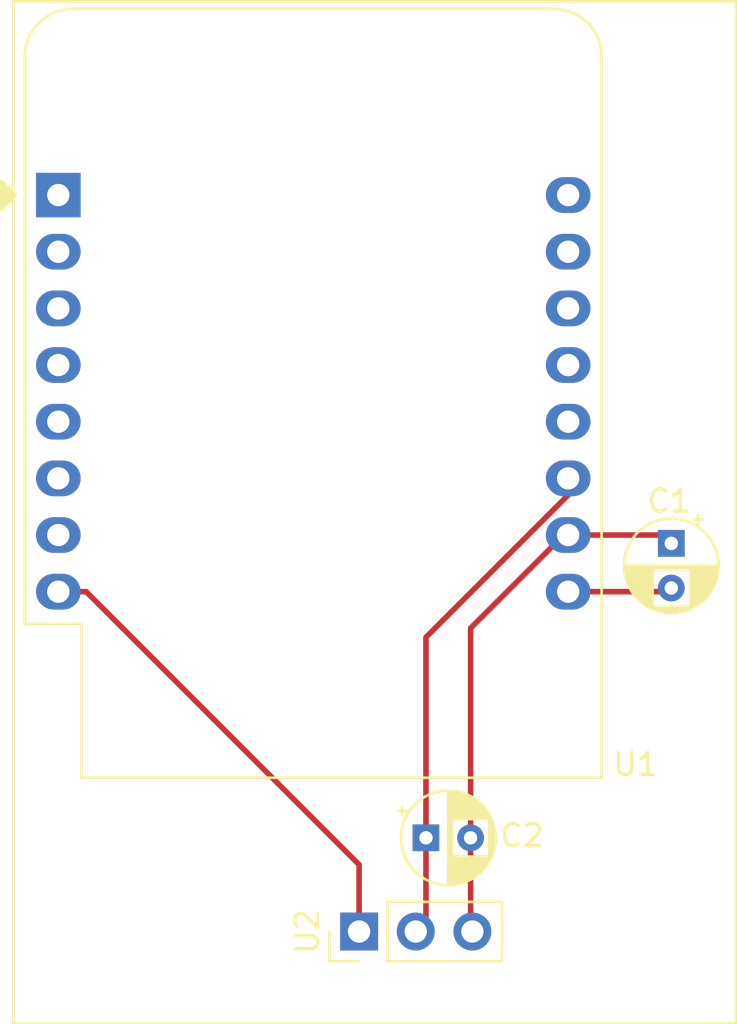
<source format=kicad_pcb>
(kicad_pcb (version 20171130) (host pcbnew 5.1.5-52549c5~86~ubuntu18.04.1)

  (general
    (thickness 1.6)
    (drawings 4)
    (tracks 20)
    (zones 0)
    (modules 4)
    (nets 17)
  )

  (page A4)
  (layers
    (0 F.Cu signal)
    (31 B.Cu signal)
    (32 B.Adhes user)
    (33 F.Adhes user)
    (34 B.Paste user)
    (35 F.Paste user)
    (36 B.SilkS user)
    (37 F.SilkS user)
    (38 B.Mask user)
    (39 F.Mask user)
    (40 Dwgs.User user)
    (41 Cmts.User user)
    (42 Eco1.User user)
    (43 Eco2.User user)
    (44 Edge.Cuts user)
    (45 Margin user)
    (46 B.CrtYd user)
    (47 F.CrtYd user)
    (48 B.Fab user)
    (49 F.Fab user)
  )

  (setup
    (last_trace_width 0.25)
    (trace_clearance 0.2)
    (zone_clearance 0.508)
    (zone_45_only no)
    (trace_min 0.2)
    (via_size 0.8)
    (via_drill 0.4)
    (via_min_size 0.4)
    (via_min_drill 0.3)
    (uvia_size 0.3)
    (uvia_drill 0.1)
    (uvias_allowed no)
    (uvia_min_size 0.2)
    (uvia_min_drill 0.1)
    (edge_width 0.05)
    (segment_width 0.2)
    (pcb_text_width 0.3)
    (pcb_text_size 1.5 1.5)
    (mod_edge_width 0.12)
    (mod_text_size 1 1)
    (mod_text_width 0.15)
    (pad_size 1.524 1.524)
    (pad_drill 0.762)
    (pad_to_mask_clearance 0.051)
    (solder_mask_min_width 0.25)
    (aux_axis_origin 0 0)
    (visible_elements FFFFFF7F)
    (pcbplotparams
      (layerselection 0x010fc_ffffffff)
      (usegerberextensions false)
      (usegerberattributes false)
      (usegerberadvancedattributes false)
      (creategerberjobfile false)
      (excludeedgelayer true)
      (linewidth 0.100000)
      (plotframeref false)
      (viasonmask false)
      (mode 1)
      (useauxorigin false)
      (hpglpennumber 1)
      (hpglpenspeed 20)
      (hpglpendiameter 15.000000)
      (psnegative false)
      (psa4output false)
      (plotreference true)
      (plotvalue true)
      (plotinvisibletext false)
      (padsonsilk false)
      (subtractmaskfromsilk false)
      (outputformat 1)
      (mirror false)
      (drillshape 1)
      (scaleselection 1)
      (outputdirectory ""))
  )

  (net 0 "")
  (net 1 GND)
  (net 2 Vin)
  (net 3 "Net-(U1-Pad2)")
  (net 4 "Net-(U1-Pad1)")
  (net 5 "Net-(U1-Pad3)")
  (net 6 "Net-(U1-Pad4)")
  (net 7 "Net-(U1-Pad5)")
  (net 8 "Net-(U1-Pad6)")
  (net 9 "Net-(U1-Pad7)")
  (net 10 "Net-(U1-Pad8)")
  (net 11 "Net-(U1-Pad12)")
  (net 12 "Net-(U1-Pad13)")
  (net 13 "Net-(U1-Pad14)")
  (net 14 "Net-(U1-Pad15)")
  (net 15 "Net-(U1-Pad16)")
  (net 16 "Net-(C2-Pad1)")

  (net_class Default "This is the default net class."
    (clearance 0.2)
    (trace_width 0.25)
    (via_dia 0.8)
    (via_drill 0.4)
    (uvia_dia 0.3)
    (uvia_drill 0.1)
    (add_net GND)
    (add_net "Net-(C2-Pad1)")
    (add_net "Net-(U1-Pad1)")
    (add_net "Net-(U1-Pad12)")
    (add_net "Net-(U1-Pad13)")
    (add_net "Net-(U1-Pad14)")
    (add_net "Net-(U1-Pad15)")
    (add_net "Net-(U1-Pad16)")
    (add_net "Net-(U1-Pad2)")
    (add_net "Net-(U1-Pad3)")
    (add_net "Net-(U1-Pad4)")
    (add_net "Net-(U1-Pad5)")
    (add_net "Net-(U1-Pad6)")
    (add_net "Net-(U1-Pad7)")
    (add_net "Net-(U1-Pad8)")
    (add_net Vin)
  )

  (module Capacitor_THT:CP_Radial_D4.0mm_P2.00mm (layer F.Cu) (tedit 5AE50EF0) (tstamp 5EB895E2)
    (at 57.1 46.2 270)
    (descr "CP, Radial series, Radial, pin pitch=2.00mm, , diameter=4mm, Electrolytic Capacitor")
    (tags "CP Radial series Radial pin pitch 2.00mm  diameter 4mm Electrolytic Capacitor")
    (path /5EB8B577)
    (fp_text reference C1 (at -1.9 0.1 180) (layer F.SilkS)
      (effects (font (size 1 1) (thickness 0.15)))
    )
    (fp_text value 0.1uF (at 4 -0.1 180) (layer F.Fab)
      (effects (font (size 1 1) (thickness 0.15)))
    )
    (fp_circle (center 1 0) (end 3 0) (layer F.Fab) (width 0.1))
    (fp_circle (center 1 0) (end 3.12 0) (layer F.SilkS) (width 0.12))
    (fp_circle (center 1 0) (end 3.25 0) (layer F.CrtYd) (width 0.05))
    (fp_line (start -0.702554 -0.8675) (end -0.302554 -0.8675) (layer F.Fab) (width 0.1))
    (fp_line (start -0.502554 -1.0675) (end -0.502554 -0.6675) (layer F.Fab) (width 0.1))
    (fp_line (start 1 -2.08) (end 1 2.08) (layer F.SilkS) (width 0.12))
    (fp_line (start 1.04 -2.08) (end 1.04 2.08) (layer F.SilkS) (width 0.12))
    (fp_line (start 1.08 -2.079) (end 1.08 2.079) (layer F.SilkS) (width 0.12))
    (fp_line (start 1.12 -2.077) (end 1.12 2.077) (layer F.SilkS) (width 0.12))
    (fp_line (start 1.16 -2.074) (end 1.16 2.074) (layer F.SilkS) (width 0.12))
    (fp_line (start 1.2 -2.071) (end 1.2 -0.84) (layer F.SilkS) (width 0.12))
    (fp_line (start 1.2 0.84) (end 1.2 2.071) (layer F.SilkS) (width 0.12))
    (fp_line (start 1.24 -2.067) (end 1.24 -0.84) (layer F.SilkS) (width 0.12))
    (fp_line (start 1.24 0.84) (end 1.24 2.067) (layer F.SilkS) (width 0.12))
    (fp_line (start 1.28 -2.062) (end 1.28 -0.84) (layer F.SilkS) (width 0.12))
    (fp_line (start 1.28 0.84) (end 1.28 2.062) (layer F.SilkS) (width 0.12))
    (fp_line (start 1.32 -2.056) (end 1.32 -0.84) (layer F.SilkS) (width 0.12))
    (fp_line (start 1.32 0.84) (end 1.32 2.056) (layer F.SilkS) (width 0.12))
    (fp_line (start 1.36 -2.05) (end 1.36 -0.84) (layer F.SilkS) (width 0.12))
    (fp_line (start 1.36 0.84) (end 1.36 2.05) (layer F.SilkS) (width 0.12))
    (fp_line (start 1.4 -2.042) (end 1.4 -0.84) (layer F.SilkS) (width 0.12))
    (fp_line (start 1.4 0.84) (end 1.4 2.042) (layer F.SilkS) (width 0.12))
    (fp_line (start 1.44 -2.034) (end 1.44 -0.84) (layer F.SilkS) (width 0.12))
    (fp_line (start 1.44 0.84) (end 1.44 2.034) (layer F.SilkS) (width 0.12))
    (fp_line (start 1.48 -2.025) (end 1.48 -0.84) (layer F.SilkS) (width 0.12))
    (fp_line (start 1.48 0.84) (end 1.48 2.025) (layer F.SilkS) (width 0.12))
    (fp_line (start 1.52 -2.016) (end 1.52 -0.84) (layer F.SilkS) (width 0.12))
    (fp_line (start 1.52 0.84) (end 1.52 2.016) (layer F.SilkS) (width 0.12))
    (fp_line (start 1.56 -2.005) (end 1.56 -0.84) (layer F.SilkS) (width 0.12))
    (fp_line (start 1.56 0.84) (end 1.56 2.005) (layer F.SilkS) (width 0.12))
    (fp_line (start 1.6 -1.994) (end 1.6 -0.84) (layer F.SilkS) (width 0.12))
    (fp_line (start 1.6 0.84) (end 1.6 1.994) (layer F.SilkS) (width 0.12))
    (fp_line (start 1.64 -1.982) (end 1.64 -0.84) (layer F.SilkS) (width 0.12))
    (fp_line (start 1.64 0.84) (end 1.64 1.982) (layer F.SilkS) (width 0.12))
    (fp_line (start 1.68 -1.968) (end 1.68 -0.84) (layer F.SilkS) (width 0.12))
    (fp_line (start 1.68 0.84) (end 1.68 1.968) (layer F.SilkS) (width 0.12))
    (fp_line (start 1.721 -1.954) (end 1.721 -0.84) (layer F.SilkS) (width 0.12))
    (fp_line (start 1.721 0.84) (end 1.721 1.954) (layer F.SilkS) (width 0.12))
    (fp_line (start 1.761 -1.94) (end 1.761 -0.84) (layer F.SilkS) (width 0.12))
    (fp_line (start 1.761 0.84) (end 1.761 1.94) (layer F.SilkS) (width 0.12))
    (fp_line (start 1.801 -1.924) (end 1.801 -0.84) (layer F.SilkS) (width 0.12))
    (fp_line (start 1.801 0.84) (end 1.801 1.924) (layer F.SilkS) (width 0.12))
    (fp_line (start 1.841 -1.907) (end 1.841 -0.84) (layer F.SilkS) (width 0.12))
    (fp_line (start 1.841 0.84) (end 1.841 1.907) (layer F.SilkS) (width 0.12))
    (fp_line (start 1.881 -1.889) (end 1.881 -0.84) (layer F.SilkS) (width 0.12))
    (fp_line (start 1.881 0.84) (end 1.881 1.889) (layer F.SilkS) (width 0.12))
    (fp_line (start 1.921 -1.87) (end 1.921 -0.84) (layer F.SilkS) (width 0.12))
    (fp_line (start 1.921 0.84) (end 1.921 1.87) (layer F.SilkS) (width 0.12))
    (fp_line (start 1.961 -1.851) (end 1.961 -0.84) (layer F.SilkS) (width 0.12))
    (fp_line (start 1.961 0.84) (end 1.961 1.851) (layer F.SilkS) (width 0.12))
    (fp_line (start 2.001 -1.83) (end 2.001 -0.84) (layer F.SilkS) (width 0.12))
    (fp_line (start 2.001 0.84) (end 2.001 1.83) (layer F.SilkS) (width 0.12))
    (fp_line (start 2.041 -1.808) (end 2.041 -0.84) (layer F.SilkS) (width 0.12))
    (fp_line (start 2.041 0.84) (end 2.041 1.808) (layer F.SilkS) (width 0.12))
    (fp_line (start 2.081 -1.785) (end 2.081 -0.84) (layer F.SilkS) (width 0.12))
    (fp_line (start 2.081 0.84) (end 2.081 1.785) (layer F.SilkS) (width 0.12))
    (fp_line (start 2.121 -1.76) (end 2.121 -0.84) (layer F.SilkS) (width 0.12))
    (fp_line (start 2.121 0.84) (end 2.121 1.76) (layer F.SilkS) (width 0.12))
    (fp_line (start 2.161 -1.735) (end 2.161 -0.84) (layer F.SilkS) (width 0.12))
    (fp_line (start 2.161 0.84) (end 2.161 1.735) (layer F.SilkS) (width 0.12))
    (fp_line (start 2.201 -1.708) (end 2.201 -0.84) (layer F.SilkS) (width 0.12))
    (fp_line (start 2.201 0.84) (end 2.201 1.708) (layer F.SilkS) (width 0.12))
    (fp_line (start 2.241 -1.68) (end 2.241 -0.84) (layer F.SilkS) (width 0.12))
    (fp_line (start 2.241 0.84) (end 2.241 1.68) (layer F.SilkS) (width 0.12))
    (fp_line (start 2.281 -1.65) (end 2.281 -0.84) (layer F.SilkS) (width 0.12))
    (fp_line (start 2.281 0.84) (end 2.281 1.65) (layer F.SilkS) (width 0.12))
    (fp_line (start 2.321 -1.619) (end 2.321 -0.84) (layer F.SilkS) (width 0.12))
    (fp_line (start 2.321 0.84) (end 2.321 1.619) (layer F.SilkS) (width 0.12))
    (fp_line (start 2.361 -1.587) (end 2.361 -0.84) (layer F.SilkS) (width 0.12))
    (fp_line (start 2.361 0.84) (end 2.361 1.587) (layer F.SilkS) (width 0.12))
    (fp_line (start 2.401 -1.552) (end 2.401 -0.84) (layer F.SilkS) (width 0.12))
    (fp_line (start 2.401 0.84) (end 2.401 1.552) (layer F.SilkS) (width 0.12))
    (fp_line (start 2.441 -1.516) (end 2.441 -0.84) (layer F.SilkS) (width 0.12))
    (fp_line (start 2.441 0.84) (end 2.441 1.516) (layer F.SilkS) (width 0.12))
    (fp_line (start 2.481 -1.478) (end 2.481 -0.84) (layer F.SilkS) (width 0.12))
    (fp_line (start 2.481 0.84) (end 2.481 1.478) (layer F.SilkS) (width 0.12))
    (fp_line (start 2.521 -1.438) (end 2.521 -0.84) (layer F.SilkS) (width 0.12))
    (fp_line (start 2.521 0.84) (end 2.521 1.438) (layer F.SilkS) (width 0.12))
    (fp_line (start 2.561 -1.396) (end 2.561 -0.84) (layer F.SilkS) (width 0.12))
    (fp_line (start 2.561 0.84) (end 2.561 1.396) (layer F.SilkS) (width 0.12))
    (fp_line (start 2.601 -1.351) (end 2.601 -0.84) (layer F.SilkS) (width 0.12))
    (fp_line (start 2.601 0.84) (end 2.601 1.351) (layer F.SilkS) (width 0.12))
    (fp_line (start 2.641 -1.304) (end 2.641 -0.84) (layer F.SilkS) (width 0.12))
    (fp_line (start 2.641 0.84) (end 2.641 1.304) (layer F.SilkS) (width 0.12))
    (fp_line (start 2.681 -1.254) (end 2.681 -0.84) (layer F.SilkS) (width 0.12))
    (fp_line (start 2.681 0.84) (end 2.681 1.254) (layer F.SilkS) (width 0.12))
    (fp_line (start 2.721 -1.2) (end 2.721 -0.84) (layer F.SilkS) (width 0.12))
    (fp_line (start 2.721 0.84) (end 2.721 1.2) (layer F.SilkS) (width 0.12))
    (fp_line (start 2.761 -1.142) (end 2.761 -0.84) (layer F.SilkS) (width 0.12))
    (fp_line (start 2.761 0.84) (end 2.761 1.142) (layer F.SilkS) (width 0.12))
    (fp_line (start 2.801 -1.08) (end 2.801 -0.84) (layer F.SilkS) (width 0.12))
    (fp_line (start 2.801 0.84) (end 2.801 1.08) (layer F.SilkS) (width 0.12))
    (fp_line (start 2.841 -1.013) (end 2.841 1.013) (layer F.SilkS) (width 0.12))
    (fp_line (start 2.881 -0.94) (end 2.881 0.94) (layer F.SilkS) (width 0.12))
    (fp_line (start 2.921 -0.859) (end 2.921 0.859) (layer F.SilkS) (width 0.12))
    (fp_line (start 2.961 -0.768) (end 2.961 0.768) (layer F.SilkS) (width 0.12))
    (fp_line (start 3.001 -0.664) (end 3.001 0.664) (layer F.SilkS) (width 0.12))
    (fp_line (start 3.041 -0.537) (end 3.041 0.537) (layer F.SilkS) (width 0.12))
    (fp_line (start 3.081 -0.37) (end 3.081 0.37) (layer F.SilkS) (width 0.12))
    (fp_line (start -1.269801 -1.195) (end -0.869801 -1.195) (layer F.SilkS) (width 0.12))
    (fp_line (start -1.069801 -1.395) (end -1.069801 -0.995) (layer F.SilkS) (width 0.12))
    (fp_text user %R (at 1 0 90) (layer F.Fab)
      (effects (font (size 0.8 0.8) (thickness 0.12)))
    )
    (pad 1 thru_hole rect (at 0 0 270) (size 1.2 1.2) (drill 0.6) (layers *.Cu *.Mask)
      (net 1 GND))
    (pad 2 thru_hole circle (at 2 0 270) (size 1.2 1.2) (drill 0.6) (layers *.Cu *.Mask)
      (net 2 Vin))
    (model ${KISYS3DMOD}/Capacitor_THT.3dshapes/CP_Radial_D4.0mm_P2.00mm.wrl
      (at (xyz 0 0 0))
      (scale (xyz 1 1 1))
      (rotate (xyz 0 0 0))
    )
  )

  (module Module:WEMOS_D1_mini_light (layer F.Cu) (tedit 5BBFB1CE) (tstamp 5EB890B9)
    (at 29.615001 30.585001)
    (descr "16-pin module, column spacing 22.86 mm (900 mils), https://wiki.wemos.cc/products:d1:d1_mini, https://c1.staticflickr.com/1/734/31400410271_f278b087db_z.jpg")
    (tags "ESP8266 WiFi microcontroller")
    (path /5EB89AAA)
    (fp_text reference U1 (at 25.884999 25.514999) (layer F.SilkS)
      (effects (font (size 1 1) (thickness 0.15)))
    )
    (fp_text value WeMos_D1_mini (at 11.7 0) (layer F.Fab)
      (effects (font (size 1 1) (thickness 0.15)))
    )
    (fp_line (start 1.04 26.12) (end 24.36 26.12) (layer F.SilkS) (width 0.12))
    (fp_line (start -1.5 19.22) (end -1.5 -6.21) (layer F.SilkS) (width 0.12))
    (fp_line (start 24.36 26.12) (end 24.36 -6.21) (layer F.SilkS) (width 0.12))
    (fp_line (start 22.24 -8.34) (end 0.63 -8.34) (layer F.SilkS) (width 0.12))
    (fp_line (start 1.17 25.99) (end 24.23 25.99) (layer F.Fab) (width 0.1))
    (fp_line (start 24.23 25.99) (end 24.23 -6.21) (layer F.Fab) (width 0.1))
    (fp_line (start 22.23 -8.21) (end 0.63 -8.21) (layer F.Fab) (width 0.1))
    (fp_line (start -1.37 1) (end -1.37 19.09) (layer F.Fab) (width 0.1))
    (fp_text user %R (at 11.43 10) (layer F.Fab)
      (effects (font (size 1 1) (thickness 0.15)))
    )
    (fp_line (start -1.62 -8.46) (end 24.48 -8.46) (layer F.CrtYd) (width 0.05))
    (fp_line (start 24.48 -8.41) (end 24.48 26.24) (layer F.CrtYd) (width 0.05))
    (fp_line (start 24.48 26.24) (end -1.62 26.24) (layer F.CrtYd) (width 0.05))
    (fp_line (start -1.62 26.24) (end -1.62 -8.46) (layer F.CrtYd) (width 0.05))
    (fp_poly (pts (xy -2.54 -0.635) (xy -2.54 0.635) (xy -1.905 0)) (layer F.SilkS) (width 0.15))
    (fp_line (start -1.35 -1.4) (end 24.25 -1.4) (layer Dwgs.User) (width 0.1))
    (fp_line (start 24.25 -1.4) (end 24.25 -8.2) (layer Dwgs.User) (width 0.1))
    (fp_line (start 24.25 -8.2) (end -1.35 -8.2) (layer Dwgs.User) (width 0.1))
    (fp_line (start -1.35 -8.2) (end -1.35 -1.4) (layer Dwgs.User) (width 0.1))
    (fp_line (start -1.35 -1.4) (end 5.45 -8.2) (layer Dwgs.User) (width 0.1))
    (fp_line (start 0.65 -1.4) (end 7.45 -8.2) (layer Dwgs.User) (width 0.1))
    (fp_line (start 2.65 -1.4) (end 9.45 -8.2) (layer Dwgs.User) (width 0.1))
    (fp_line (start 4.65 -1.4) (end 11.45 -8.2) (layer Dwgs.User) (width 0.1))
    (fp_line (start 6.65 -1.4) (end 13.45 -8.2) (layer Dwgs.User) (width 0.1))
    (fp_line (start 8.65 -1.4) (end 15.45 -8.2) (layer Dwgs.User) (width 0.1))
    (fp_line (start 10.65 -1.4) (end 17.45 -8.2) (layer Dwgs.User) (width 0.1))
    (fp_line (start 12.65 -1.4) (end 19.45 -8.2) (layer Dwgs.User) (width 0.1))
    (fp_line (start 14.65 -1.4) (end 21.45 -8.2) (layer Dwgs.User) (width 0.1))
    (fp_line (start 16.65 -1.4) (end 23.45 -8.2) (layer Dwgs.User) (width 0.1))
    (fp_line (start 18.65 -1.4) (end 24.25 -7) (layer Dwgs.User) (width 0.1))
    (fp_line (start 20.65 -1.4) (end 24.25 -5) (layer Dwgs.User) (width 0.1))
    (fp_line (start 22.65 -1.4) (end 24.25 -3) (layer Dwgs.User) (width 0.1))
    (fp_line (start -1.35 -3.4) (end 3.45 -8.2) (layer Dwgs.User) (width 0.1))
    (fp_line (start -1.3 -5.45) (end 1.45 -8.2) (layer Dwgs.User) (width 0.1))
    (fp_line (start -1.35 -7.4) (end -0.55 -8.2) (layer Dwgs.User) (width 0.1))
    (fp_line (start -1.37 19.09) (end 1.17 19.09) (layer F.Fab) (width 0.1))
    (fp_line (start 1.17 19.09) (end 1.17 25.99) (layer F.Fab) (width 0.1))
    (fp_line (start -1.37 -6.21) (end -1.37 -1) (layer F.Fab) (width 0.1))
    (fp_line (start -1.37 1) (end -0.37 0) (layer F.Fab) (width 0.1))
    (fp_line (start -0.37 0) (end -1.37 -1) (layer F.Fab) (width 0.1))
    (fp_arc (start 0.63 -6.21) (end 0.63 -8.21) (angle -90) (layer F.Fab) (width 0.1))
    (fp_arc (start 22.23 -6.21) (end 24.23 -6.19) (angle -90) (layer F.Fab) (width 0.1))
    (fp_line (start -1.5 19.22) (end 1.04 19.22) (layer F.SilkS) (width 0.12))
    (fp_line (start 1.04 19.22) (end 1.04 26.12) (layer F.SilkS) (width 0.12))
    (fp_arc (start 0.63 -6.21) (end 0.63 -8.34) (angle -90) (layer F.SilkS) (width 0.12))
    (fp_arc (start 22.23 -6.21) (end 24.36 -6.21) (angle -90) (layer F.SilkS) (width 0.12))
    (fp_text user "KEEP OUT" (at 11.43 -6.35) (layer Cmts.User)
      (effects (font (size 1 1) (thickness 0.15)))
    )
    (fp_text user "No copper" (at 11.43 -3.81) (layer Cmts.User)
      (effects (font (size 1 1) (thickness 0.15)))
    )
    (pad 2 thru_hole oval (at 0 2.54) (size 2 1.6) (drill 1) (layers *.Cu *.Mask)
      (net 3 "Net-(U1-Pad2)"))
    (pad 1 thru_hole rect (at 0 0) (size 2 2) (drill 1) (layers *.Cu *.Mask)
      (net 4 "Net-(U1-Pad1)"))
    (pad 3 thru_hole oval (at 0 5.08) (size 2 1.6) (drill 1) (layers *.Cu *.Mask)
      (net 5 "Net-(U1-Pad3)"))
    (pad 4 thru_hole oval (at 0 7.62) (size 2 1.6) (drill 1) (layers *.Cu *.Mask)
      (net 6 "Net-(U1-Pad4)"))
    (pad 5 thru_hole oval (at 0 10.16) (size 2 1.6) (drill 1) (layers *.Cu *.Mask)
      (net 7 "Net-(U1-Pad5)"))
    (pad 6 thru_hole oval (at 0 12.7) (size 2 1.6) (drill 1) (layers *.Cu *.Mask)
      (net 8 "Net-(U1-Pad6)"))
    (pad 7 thru_hole oval (at 0 15.24) (size 2 1.6) (drill 1) (layers *.Cu *.Mask)
      (net 9 "Net-(U1-Pad7)"))
    (pad 8 thru_hole oval (at 0 17.78) (size 2 1.6) (drill 1) (layers *.Cu *.Mask)
      (net 10 "Net-(U1-Pad8)"))
    (pad 9 thru_hole oval (at 22.86 17.78) (size 2 1.6) (drill 1) (layers *.Cu *.Mask)
      (net 2 Vin))
    (pad 10 thru_hole oval (at 22.86 15.24) (size 2 1.6) (drill 1) (layers *.Cu *.Mask)
      (net 1 GND))
    (pad 11 thru_hole oval (at 22.86 12.7) (size 2 1.6) (drill 1) (layers *.Cu *.Mask)
      (net 16 "Net-(C2-Pad1)"))
    (pad 12 thru_hole oval (at 22.86 10.16) (size 2 1.6) (drill 1) (layers *.Cu *.Mask)
      (net 11 "Net-(U1-Pad12)"))
    (pad 13 thru_hole oval (at 22.86 7.62) (size 2 1.6) (drill 1) (layers *.Cu *.Mask)
      (net 12 "Net-(U1-Pad13)"))
    (pad 14 thru_hole oval (at 22.86 5.08) (size 2 1.6) (drill 1) (layers *.Cu *.Mask)
      (net 13 "Net-(U1-Pad14)"))
    (pad 15 thru_hole oval (at 22.86 2.54) (size 2 1.6) (drill 1) (layers *.Cu *.Mask)
      (net 14 "Net-(U1-Pad15)"))
    (pad 16 thru_hole oval (at 22.86 0) (size 2 1.6) (drill 1) (layers *.Cu *.Mask)
      (net 15 "Net-(U1-Pad16)"))
    (model ${KISYS3DMOD}/Module.3dshapes/WEMOS_D1_mini_light.wrl
      (at (xyz 0 0 0))
      (scale (xyz 1 1 1))
      (rotate (xyz 0 0 0))
    )
    (model ${KISYS3DMOD}/Connector_PinHeader_2.54mm.3dshapes/PinHeader_1x08_P2.54mm_Vertical.wrl
      (offset (xyz 0 0 9.5))
      (scale (xyz 1 1 1))
      (rotate (xyz 0 -180 0))
    )
    (model ${KISYS3DMOD}/Connector_PinHeader_2.54mm.3dshapes/PinHeader_1x08_P2.54mm_Vertical.wrl
      (offset (xyz 22.86 0 9.5))
      (scale (xyz 1 1 1))
      (rotate (xyz 0 -180 0))
    )
    (model ${KISYS3DMOD}/Connector_PinSocket_2.54mm.3dshapes/PinSocket_1x08_P2.54mm_Vertical.wrl
      (at (xyz 0 0 0))
      (scale (xyz 1 1 1))
      (rotate (xyz 0 0 0))
    )
    (model ${KISYS3DMOD}/Connector_PinSocket_2.54mm.3dshapes/PinSocket_1x08_P2.54mm_Vertical.wrl
      (offset (xyz 22.86 0 0))
      (scale (xyz 1 1 1))
      (rotate (xyz 0 0 0))
    )
  )

  (module Connector_PinHeader_2.54mm:PinHeader_1x03_P2.54mm_Vertical (layer F.Cu) (tedit 59FED5CC) (tstamp 5EB88E6B)
    (at 43.1 63.6 90)
    (descr "Through hole straight pin header, 1x03, 2.54mm pitch, single row")
    (tags "Through hole pin header THT 1x03 2.54mm single row")
    (path /5EB8F673)
    (fp_text reference U2 (at 0 -2.33 90) (layer F.SilkS)
      (effects (font (size 1 1) (thickness 0.15)))
    )
    (fp_text value TOUCH1 (at -2.8 2.7 180) (layer F.Fab)
      (effects (font (size 1 1) (thickness 0.15)))
    )
    (fp_line (start -0.635 -1.27) (end 1.27 -1.27) (layer F.Fab) (width 0.1))
    (fp_line (start 1.27 -1.27) (end 1.27 6.35) (layer F.Fab) (width 0.1))
    (fp_line (start 1.27 6.35) (end -1.27 6.35) (layer F.Fab) (width 0.1))
    (fp_line (start -1.27 6.35) (end -1.27 -0.635) (layer F.Fab) (width 0.1))
    (fp_line (start -1.27 -0.635) (end -0.635 -1.27) (layer F.Fab) (width 0.1))
    (fp_line (start -1.33 6.41) (end 1.33 6.41) (layer F.SilkS) (width 0.12))
    (fp_line (start -1.33 1.27) (end -1.33 6.41) (layer F.SilkS) (width 0.12))
    (fp_line (start 1.33 1.27) (end 1.33 6.41) (layer F.SilkS) (width 0.12))
    (fp_line (start -1.33 1.27) (end 1.33 1.27) (layer F.SilkS) (width 0.12))
    (fp_line (start -1.33 0) (end -1.33 -1.33) (layer F.SilkS) (width 0.12))
    (fp_line (start -1.33 -1.33) (end 0 -1.33) (layer F.SilkS) (width 0.12))
    (fp_line (start -1.8 -1.8) (end -1.8 6.85) (layer F.CrtYd) (width 0.05))
    (fp_line (start -1.8 6.85) (end 1.8 6.85) (layer F.CrtYd) (width 0.05))
    (fp_line (start 1.8 6.85) (end 1.8 -1.8) (layer F.CrtYd) (width 0.05))
    (fp_line (start 1.8 -1.8) (end -1.8 -1.8) (layer F.CrtYd) (width 0.05))
    (fp_text user %R (at 0 2.54) (layer F.Fab)
      (effects (font (size 1 1) (thickness 0.15)))
    )
    (pad 1 thru_hole rect (at 0 0 90) (size 1.7 1.7) (drill 1) (layers *.Cu *.Mask)
      (net 10 "Net-(U1-Pad8)"))
    (pad 2 thru_hole oval (at 0 2.54 90) (size 1.7 1.7) (drill 1) (layers *.Cu *.Mask)
      (net 16 "Net-(C2-Pad1)"))
    (pad 3 thru_hole oval (at 0 5.08 90) (size 1.7 1.7) (drill 1) (layers *.Cu *.Mask)
      (net 1 GND))
    (model ${KISYS3DMOD}/Connector_PinHeader_2.54mm.3dshapes/PinHeader_1x03_P2.54mm_Vertical.wrl
      (at (xyz 0 0 0))
      (scale (xyz 1 1 1))
      (rotate (xyz 0 0 0))
    )
  )

  (module Capacitor_THT:CP_Radial_D4.0mm_P2.00mm (layer F.Cu) (tedit 5AE50EF0) (tstamp 5EB897F9)
    (at 46.1 59.4)
    (descr "CP, Radial series, Radial, pin pitch=2.00mm, , diameter=4mm, Electrolytic Capacitor")
    (tags "CP Radial series Radial pin pitch 2.00mm  diameter 4mm Electrolytic Capacitor")
    (path /5EB91E07)
    (fp_text reference C2 (at 4.3 -0.1) (layer F.SilkS)
      (effects (font (size 1 1) (thickness 0.15)))
    )
    (fp_text value 0.1uF (at 5.2 1.3 180) (layer F.Fab)
      (effects (font (size 1 1) (thickness 0.15)))
    )
    (fp_circle (center 1 0) (end 3 0) (layer F.Fab) (width 0.1))
    (fp_circle (center 1 0) (end 3.12 0) (layer F.SilkS) (width 0.12))
    (fp_circle (center 1 0) (end 3.25 0) (layer F.CrtYd) (width 0.05))
    (fp_line (start -0.702554 -0.8675) (end -0.302554 -0.8675) (layer F.Fab) (width 0.1))
    (fp_line (start -0.502554 -1.0675) (end -0.502554 -0.6675) (layer F.Fab) (width 0.1))
    (fp_line (start 1 -2.08) (end 1 2.08) (layer F.SilkS) (width 0.12))
    (fp_line (start 1.04 -2.08) (end 1.04 2.08) (layer F.SilkS) (width 0.12))
    (fp_line (start 1.08 -2.079) (end 1.08 2.079) (layer F.SilkS) (width 0.12))
    (fp_line (start 1.12 -2.077) (end 1.12 2.077) (layer F.SilkS) (width 0.12))
    (fp_line (start 1.16 -2.074) (end 1.16 2.074) (layer F.SilkS) (width 0.12))
    (fp_line (start 1.2 -2.071) (end 1.2 -0.84) (layer F.SilkS) (width 0.12))
    (fp_line (start 1.2 0.84) (end 1.2 2.071) (layer F.SilkS) (width 0.12))
    (fp_line (start 1.24 -2.067) (end 1.24 -0.84) (layer F.SilkS) (width 0.12))
    (fp_line (start 1.24 0.84) (end 1.24 2.067) (layer F.SilkS) (width 0.12))
    (fp_line (start 1.28 -2.062) (end 1.28 -0.84) (layer F.SilkS) (width 0.12))
    (fp_line (start 1.28 0.84) (end 1.28 2.062) (layer F.SilkS) (width 0.12))
    (fp_line (start 1.32 -2.056) (end 1.32 -0.84) (layer F.SilkS) (width 0.12))
    (fp_line (start 1.32 0.84) (end 1.32 2.056) (layer F.SilkS) (width 0.12))
    (fp_line (start 1.36 -2.05) (end 1.36 -0.84) (layer F.SilkS) (width 0.12))
    (fp_line (start 1.36 0.84) (end 1.36 2.05) (layer F.SilkS) (width 0.12))
    (fp_line (start 1.4 -2.042) (end 1.4 -0.84) (layer F.SilkS) (width 0.12))
    (fp_line (start 1.4 0.84) (end 1.4 2.042) (layer F.SilkS) (width 0.12))
    (fp_line (start 1.44 -2.034) (end 1.44 -0.84) (layer F.SilkS) (width 0.12))
    (fp_line (start 1.44 0.84) (end 1.44 2.034) (layer F.SilkS) (width 0.12))
    (fp_line (start 1.48 -2.025) (end 1.48 -0.84) (layer F.SilkS) (width 0.12))
    (fp_line (start 1.48 0.84) (end 1.48 2.025) (layer F.SilkS) (width 0.12))
    (fp_line (start 1.52 -2.016) (end 1.52 -0.84) (layer F.SilkS) (width 0.12))
    (fp_line (start 1.52 0.84) (end 1.52 2.016) (layer F.SilkS) (width 0.12))
    (fp_line (start 1.56 -2.005) (end 1.56 -0.84) (layer F.SilkS) (width 0.12))
    (fp_line (start 1.56 0.84) (end 1.56 2.005) (layer F.SilkS) (width 0.12))
    (fp_line (start 1.6 -1.994) (end 1.6 -0.84) (layer F.SilkS) (width 0.12))
    (fp_line (start 1.6 0.84) (end 1.6 1.994) (layer F.SilkS) (width 0.12))
    (fp_line (start 1.64 -1.982) (end 1.64 -0.84) (layer F.SilkS) (width 0.12))
    (fp_line (start 1.64 0.84) (end 1.64 1.982) (layer F.SilkS) (width 0.12))
    (fp_line (start 1.68 -1.968) (end 1.68 -0.84) (layer F.SilkS) (width 0.12))
    (fp_line (start 1.68 0.84) (end 1.68 1.968) (layer F.SilkS) (width 0.12))
    (fp_line (start 1.721 -1.954) (end 1.721 -0.84) (layer F.SilkS) (width 0.12))
    (fp_line (start 1.721 0.84) (end 1.721 1.954) (layer F.SilkS) (width 0.12))
    (fp_line (start 1.761 -1.94) (end 1.761 -0.84) (layer F.SilkS) (width 0.12))
    (fp_line (start 1.761 0.84) (end 1.761 1.94) (layer F.SilkS) (width 0.12))
    (fp_line (start 1.801 -1.924) (end 1.801 -0.84) (layer F.SilkS) (width 0.12))
    (fp_line (start 1.801 0.84) (end 1.801 1.924) (layer F.SilkS) (width 0.12))
    (fp_line (start 1.841 -1.907) (end 1.841 -0.84) (layer F.SilkS) (width 0.12))
    (fp_line (start 1.841 0.84) (end 1.841 1.907) (layer F.SilkS) (width 0.12))
    (fp_line (start 1.881 -1.889) (end 1.881 -0.84) (layer F.SilkS) (width 0.12))
    (fp_line (start 1.881 0.84) (end 1.881 1.889) (layer F.SilkS) (width 0.12))
    (fp_line (start 1.921 -1.87) (end 1.921 -0.84) (layer F.SilkS) (width 0.12))
    (fp_line (start 1.921 0.84) (end 1.921 1.87) (layer F.SilkS) (width 0.12))
    (fp_line (start 1.961 -1.851) (end 1.961 -0.84) (layer F.SilkS) (width 0.12))
    (fp_line (start 1.961 0.84) (end 1.961 1.851) (layer F.SilkS) (width 0.12))
    (fp_line (start 2.001 -1.83) (end 2.001 -0.84) (layer F.SilkS) (width 0.12))
    (fp_line (start 2.001 0.84) (end 2.001 1.83) (layer F.SilkS) (width 0.12))
    (fp_line (start 2.041 -1.808) (end 2.041 -0.84) (layer F.SilkS) (width 0.12))
    (fp_line (start 2.041 0.84) (end 2.041 1.808) (layer F.SilkS) (width 0.12))
    (fp_line (start 2.081 -1.785) (end 2.081 -0.84) (layer F.SilkS) (width 0.12))
    (fp_line (start 2.081 0.84) (end 2.081 1.785) (layer F.SilkS) (width 0.12))
    (fp_line (start 2.121 -1.76) (end 2.121 -0.84) (layer F.SilkS) (width 0.12))
    (fp_line (start 2.121 0.84) (end 2.121 1.76) (layer F.SilkS) (width 0.12))
    (fp_line (start 2.161 -1.735) (end 2.161 -0.84) (layer F.SilkS) (width 0.12))
    (fp_line (start 2.161 0.84) (end 2.161 1.735) (layer F.SilkS) (width 0.12))
    (fp_line (start 2.201 -1.708) (end 2.201 -0.84) (layer F.SilkS) (width 0.12))
    (fp_line (start 2.201 0.84) (end 2.201 1.708) (layer F.SilkS) (width 0.12))
    (fp_line (start 2.241 -1.68) (end 2.241 -0.84) (layer F.SilkS) (width 0.12))
    (fp_line (start 2.241 0.84) (end 2.241 1.68) (layer F.SilkS) (width 0.12))
    (fp_line (start 2.281 -1.65) (end 2.281 -0.84) (layer F.SilkS) (width 0.12))
    (fp_line (start 2.281 0.84) (end 2.281 1.65) (layer F.SilkS) (width 0.12))
    (fp_line (start 2.321 -1.619) (end 2.321 -0.84) (layer F.SilkS) (width 0.12))
    (fp_line (start 2.321 0.84) (end 2.321 1.619) (layer F.SilkS) (width 0.12))
    (fp_line (start 2.361 -1.587) (end 2.361 -0.84) (layer F.SilkS) (width 0.12))
    (fp_line (start 2.361 0.84) (end 2.361 1.587) (layer F.SilkS) (width 0.12))
    (fp_line (start 2.401 -1.552) (end 2.401 -0.84) (layer F.SilkS) (width 0.12))
    (fp_line (start 2.401 0.84) (end 2.401 1.552) (layer F.SilkS) (width 0.12))
    (fp_line (start 2.441 -1.516) (end 2.441 -0.84) (layer F.SilkS) (width 0.12))
    (fp_line (start 2.441 0.84) (end 2.441 1.516) (layer F.SilkS) (width 0.12))
    (fp_line (start 2.481 -1.478) (end 2.481 -0.84) (layer F.SilkS) (width 0.12))
    (fp_line (start 2.481 0.84) (end 2.481 1.478) (layer F.SilkS) (width 0.12))
    (fp_line (start 2.521 -1.438) (end 2.521 -0.84) (layer F.SilkS) (width 0.12))
    (fp_line (start 2.521 0.84) (end 2.521 1.438) (layer F.SilkS) (width 0.12))
    (fp_line (start 2.561 -1.396) (end 2.561 -0.84) (layer F.SilkS) (width 0.12))
    (fp_line (start 2.561 0.84) (end 2.561 1.396) (layer F.SilkS) (width 0.12))
    (fp_line (start 2.601 -1.351) (end 2.601 -0.84) (layer F.SilkS) (width 0.12))
    (fp_line (start 2.601 0.84) (end 2.601 1.351) (layer F.SilkS) (width 0.12))
    (fp_line (start 2.641 -1.304) (end 2.641 -0.84) (layer F.SilkS) (width 0.12))
    (fp_line (start 2.641 0.84) (end 2.641 1.304) (layer F.SilkS) (width 0.12))
    (fp_line (start 2.681 -1.254) (end 2.681 -0.84) (layer F.SilkS) (width 0.12))
    (fp_line (start 2.681 0.84) (end 2.681 1.254) (layer F.SilkS) (width 0.12))
    (fp_line (start 2.721 -1.2) (end 2.721 -0.84) (layer F.SilkS) (width 0.12))
    (fp_line (start 2.721 0.84) (end 2.721 1.2) (layer F.SilkS) (width 0.12))
    (fp_line (start 2.761 -1.142) (end 2.761 -0.84) (layer F.SilkS) (width 0.12))
    (fp_line (start 2.761 0.84) (end 2.761 1.142) (layer F.SilkS) (width 0.12))
    (fp_line (start 2.801 -1.08) (end 2.801 -0.84) (layer F.SilkS) (width 0.12))
    (fp_line (start 2.801 0.84) (end 2.801 1.08) (layer F.SilkS) (width 0.12))
    (fp_line (start 2.841 -1.013) (end 2.841 1.013) (layer F.SilkS) (width 0.12))
    (fp_line (start 2.881 -0.94) (end 2.881 0.94) (layer F.SilkS) (width 0.12))
    (fp_line (start 2.921 -0.859) (end 2.921 0.859) (layer F.SilkS) (width 0.12))
    (fp_line (start 2.961 -0.768) (end 2.961 0.768) (layer F.SilkS) (width 0.12))
    (fp_line (start 3.001 -0.664) (end 3.001 0.664) (layer F.SilkS) (width 0.12))
    (fp_line (start 3.041 -0.537) (end 3.041 0.537) (layer F.SilkS) (width 0.12))
    (fp_line (start 3.081 -0.37) (end 3.081 0.37) (layer F.SilkS) (width 0.12))
    (fp_line (start -1.269801 -1.195) (end -0.869801 -1.195) (layer F.SilkS) (width 0.12))
    (fp_line (start -1.069801 -1.395) (end -1.069801 -0.995) (layer F.SilkS) (width 0.12))
    (fp_text user %R (at 1 0) (layer F.Fab)
      (effects (font (size 0.8 0.8) (thickness 0.12)))
    )
    (pad 1 thru_hole rect (at 0 0) (size 1.2 1.2) (drill 0.6) (layers *.Cu *.Mask)
      (net 16 "Net-(C2-Pad1)"))
    (pad 2 thru_hole circle (at 2 0) (size 1.2 1.2) (drill 0.6) (layers *.Cu *.Mask)
      (net 1 GND))
    (model ${KISYS3DMOD}/Capacitor_THT.3dshapes/CP_Radial_D4.0mm_P2.00mm.wrl
      (at (xyz 0 0 0))
      (scale (xyz 1 1 1))
      (rotate (xyz 0 0 0))
    )
  )

  (gr_line (start 60 21.9) (end 27.6 21.9) (layer F.SilkS) (width 0.12))
  (gr_line (start 60 67.7) (end 60 21.9) (layer F.SilkS) (width 0.12))
  (gr_line (start 27.6 67.7) (end 60 67.7) (layer F.SilkS) (width 0.12))
  (gr_line (start 27.6 21.9) (end 27.6 67.7) (layer F.SilkS) (width 0.12))

  (segment (start 48.1 58.551472) (end 48.1 59.4) (width 0.25) (layer F.Cu) (net 1))
  (segment (start 52.275001 45.825001) (end 48.1 50.000002) (width 0.25) (layer F.Cu) (net 1))
  (segment (start 48.1 50.000002) (end 48.1 58.551472) (width 0.25) (layer F.Cu) (net 1))
  (segment (start 52.475001 45.825001) (end 52.275001 45.825001) (width 0.25) (layer F.Cu) (net 1))
  (segment (start 56.725001 45.825001) (end 57.1 46.2) (width 0.25) (layer F.Cu) (net 1))
  (segment (start 52.475001 45.825001) (end 56.725001 45.825001) (width 0.25) (layer F.Cu) (net 1))
  (segment (start 48.1 63.52) (end 48.18 63.6) (width 0.25) (layer F.Cu) (net 1))
  (segment (start 48.1 59.4) (end 48.1 63.52) (width 0.25) (layer F.Cu) (net 1))
  (segment (start 56.934999 48.365001) (end 57.1 48.2) (width 0.25) (layer F.Cu) (net 2))
  (segment (start 52.475001 48.365001) (end 56.934999 48.365001) (width 0.25) (layer F.Cu) (net 2))
  (segment (start 43.1 62.5) (end 43.1 63.6) (width 0.25) (layer F.Cu) (net 10))
  (segment (start 43.1 60.6) (end 43.1 62.5) (width 0.25) (layer F.Cu) (net 10))
  (segment (start 30.865001 48.365001) (end 43.1 60.6) (width 0.25) (layer F.Cu) (net 10))
  (segment (start 29.615001 48.365001) (end 30.865001 48.365001) (width 0.25) (layer F.Cu) (net 10))
  (segment (start 46.1 58.55) (end 46.1 59.4) (width 0.25) (layer F.Cu) (net 16))
  (segment (start 46.1 50.408998) (end 46.1 58.55) (width 0.25) (layer F.Cu) (net 16))
  (segment (start 52.475001 44.033997) (end 46.1 50.408998) (width 0.25) (layer F.Cu) (net 16))
  (segment (start 52.475001 43.285001) (end 52.475001 44.033997) (width 0.25) (layer F.Cu) (net 16))
  (segment (start 46.1 63.14) (end 45.64 63.6) (width 0.25) (layer F.Cu) (net 16))
  (segment (start 46.1 59.4) (end 46.1 63.14) (width 0.25) (layer F.Cu) (net 16))

  (zone (net 0) (net_name "") (layer F.Cu) (tstamp 0) (hatch edge 0.508)
    (connect_pads (clearance 0.508))
    (min_thickness 0.254)
    (keepout (tracks not_allowed) (vias not_allowed) (copperpour allowed))
    (fill (arc_segments 32) (thermal_gap 0.508) (thermal_bridge_width 0.508))
    (polygon
      (pts
        (xy 60 67.7) (xy 27.6 67.7) (xy 27.6 21.9) (xy 60 21.9)
      )
    )
  )
)

</source>
